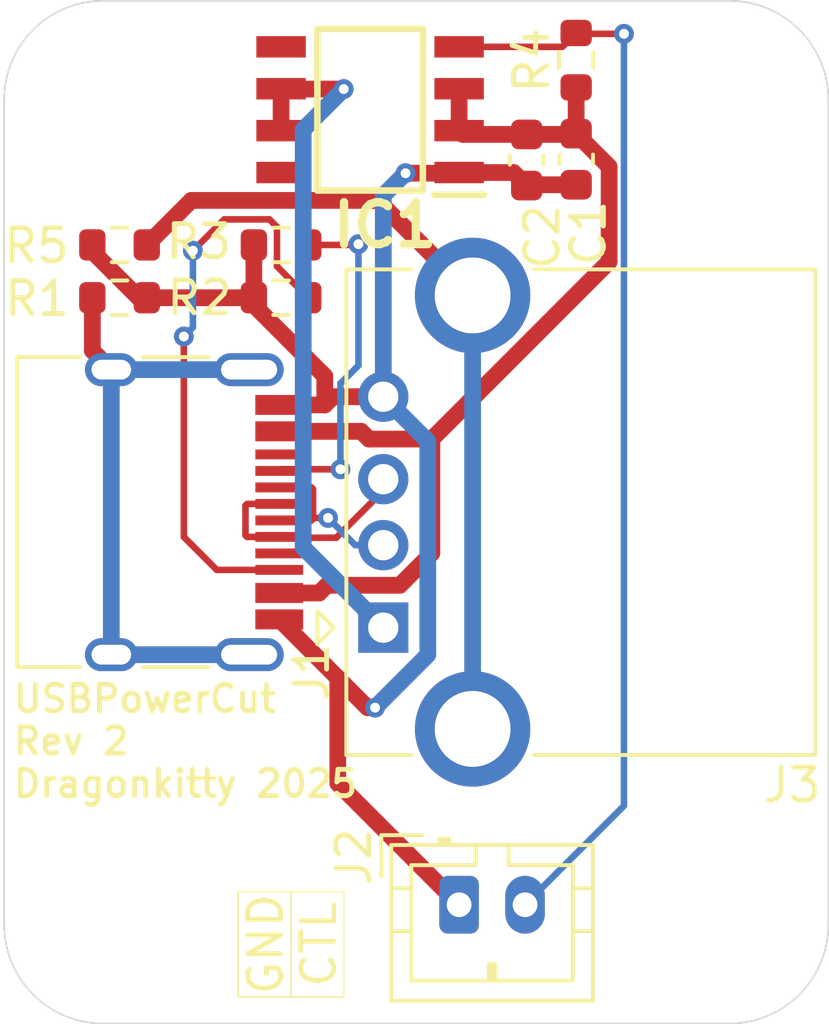
<source format=kicad_pcb>
(kicad_pcb (version 20240108) (generator "pcbnew") (generator_version "8.0")
  (layers (0 "F.Cu" signal) (31 "B.Cu" signal) (34 "B.Paste" user) (35 "F.Paste" user) (36 "B.SilkS" user "B.Silkscreen") (37 "F.SilkS" user "F.Silkscreen") (38 "B.Mask" user) (39 "F.Mask" user) (44 "Edge.Cuts" user))
  (net 0 "")
  (net 1 "/D-")
  (net 2 "/D+")
  (net 4 "Net-(IC1-EN)")
  (net 6 "Net-(J1-SHIELD)")
  (net 7 "Net-(J1-CC1)")
  (net 10 "Net-(J1-CC2)")
  (net 11 "Net-(J3-Shield)")
  (net 12 "PWR")
  (net 13 "GND")
  (net 14 "VBUS")
  (footprint "Resistor_SMD:R_0603_1608Metric" (layer "F.Cu") (at 46.7 29 180)
    (property "Reference" "R3" (at 2.5 0.1 360) (layer "F.SilkS"))
    (property "Value" "5.1k" (hide yes))
    (fp_line (start -0.237258 0.5225) (end 0.237258 0.5225) (stroke (width 0.12)) (layer "F.SilkS"))
    (fp_line (start -0.237258 -0.5225) (end 0.237258 -0.5225) (stroke (width 0.12)) (layer "F.SilkS"))
    (pad "1" smd roundrect (at -0.825 0 180) (size 0.8 0.95) (layers "F.Cu" "F.Paste" "F.Mask") (net 7 "Net-(J1-CC1)"))
    (pad "2" smd roundrect (at 0.825 0 180) (size 0.8 0.95) (layers "F.Cu" "F.Paste" "F.Mask") (net 13 "GND"))
  )
  (footprint "Connector_USB:USB_A_CONNFLY_DS1095-WNR0" (layer "F.Cu") (at 49.8 40.6 90)
    (property "Reference" "J3" (at -4.775 12.4 180) (layer "F.SilkS"))
    (property "Value" "USB_A")
    (fp_line (start 0.5 -2) (end -0.5 -2) (stroke (width 0.12)) (layer "F.SilkS"))
    (fp_line (start -0.5 -2) (end 0 -1.5) (stroke (width 0.12)) (layer "F.SilkS"))
    (fp_line (start 0 -1.5) (end 0.5 -2) (stroke (width 0.12)) (layer "F.SilkS"))
    (fp_line (start -3.86 -1.12) (end 10.86 -1.12) (stroke (width 0.12)) (layer "F.SilkS"))
    (fp_line (start -3.86 -1.12) (end -3.86 0.86) (stroke (width 0.12)) (layer "F.SilkS"))
    (fp_line (start 10.86 0.86) (end 10.86 -1.12) (stroke (width 0.12)) (layer "F.SilkS"))
    (fp_line (start 10.86 4.56) (end 10.86 13.1) (stroke (width 0.12)) (layer "F.SilkS"))
    (fp_line (start -3.86 4.56) (end -3.86 13.1) (stroke (width 0.12)) (layer "F.SilkS"))
    (fp_line (start -3.86 13.1) (end 10.86 13.1) (stroke (width 0.12)) (layer "F.SilkS"))
    (pad "1" thru_hole rect (at 0 0 90) (size 1.524 1.524) (drill 0.92) (layers "*.Cu" "*.Mask") (net 12 "PWR"))
    (pad "2" thru_hole circle (at 2.5 0 90) (size 1.524 1.524) (drill 0.92) (layers "*.Cu" "*.Mask") (net 1 "/D-"))
    (pad "3" thru_hole circle (at 4.5 0 90) (size 1.524 1.524) (drill 0.92) (layers "*.Cu" "*.Mask") (net 2 "/D+"))
    (pad "4" thru_hole circle (at 7 0 90) (size 1.524 1.524) (drill 0.92) (layers "*.Cu" "*.Mask") (net 13 "GND"))
    (pad "5" thru_hole circle (at -3.07 2.71 90) (size 3.5 3.5) (drill 2.3) (layers "*.Cu" "*.Mask") (net 11 "Net-(J3-Shield)"))
    (pad "5" thru_hole circle (at 10.07 2.71 90) (size 3.5 3.5) (drill 2.3) (layers "*.Cu" "*.Mask") (net 11 "Net-(J3-Shield)"))
  )
  (footprint "Resistor_SMD:R_0603_1608Metric" (layer "F.Cu") (at 46.7 30.6 180)
    (property "Reference" "R2" (at 2.475 0 360) (layer "F.SilkS"))
    (property "Value" "5.1k" (hide yes))
    (fp_line (start -0.237258 0.5225) (end 0.237258 0.5225) (stroke (width 0.12)) (layer "F.SilkS"))
    (fp_line (start -0.237258 -0.5225) (end 0.237258 -0.5225) (stroke (width 0.12)) (layer "F.SilkS"))
    (pad "1" smd roundrect (at -0.825 0 180) (size 0.8 0.95) (layers "F.Cu" "F.Paste" "F.Mask") (net 10 "Net-(J1-CC2)"))
    (pad "2" smd roundrect (at 0.825 0 180) (size 0.8 0.95) (layers "F.Cu" "F.Paste" "F.Mask") (net 13 "GND"))
  )
  (footprint "Connector_JST:JST_PH_B2B-PH-K_1x02_P2.00mm_Vertical" (layer "F.Cu") (at 52.1 49)
    (property "Reference" "J2" (at -3.2 -1.45 90) (layer "F.SilkS"))
    (property "Value" "Conn_01x02_Pin" (hide yes))
    (fp_line (start -2.36 -2.11) (end -2.36 -0.86) (stroke (width 0.12)) (layer "F.SilkS"))
    (fp_line (start -2.06 -1.81) (end -2.06 2.91) (stroke (width 0.12)) (layer "F.SilkS"))
    (fp_line (start -2.06 -0.5) (end -1.45 -0.5) (stroke (width 0.12)) (layer "F.SilkS"))
    (fp_line (start -2.06 0.8) (end -1.45 0.8) (stroke (width 0.12)) (layer "F.SilkS"))
    (fp_line (start -2.06 2.91) (end 4.06 2.91) (stroke (width 0.12)) (layer "F.SilkS"))
    (fp_line (start -1.45 -1.2) (end -1.45 2.3) (stroke (width 0.12)) (layer "F.SilkS"))
    (fp_line (start -1.45 2.3) (end 3.45 2.3) (stroke (width 0.12)) (layer "F.SilkS"))
    (fp_line (start -1.11 -2.11) (end -2.36 -2.11) (stroke (width 0.12)) (layer "F.SilkS"))
    (fp_line (start -0.6 -2.01) (end -0.6 -1.81) (stroke (width 0.12)) (layer "F.SilkS"))
    (fp_line (start -0.3 -2.01) (end -0.6 -2.01) (stroke (width 0.12)) (layer "F.SilkS"))
    (fp_line (start -0.3 -1.91) (end -0.6 -1.91) (stroke (width 0.12)) (layer "F.SilkS"))
    (fp_line (start -0.3 -1.81) (end -0.3 -2.01) (stroke (width 0.12)) (layer "F.SilkS"))
    (fp_line (start 0.5 -1.81) (end 0.5 -1.2) (stroke (width 0.12)) (layer "F.SilkS"))
    (fp_line (start 0.5 -1.2) (end -1.45 -1.2) (stroke (width 0.12)) (layer "F.SilkS"))
    (fp_line (start 0.9 1.8) (end 1.1 1.8) (stroke (width 0.12)) (layer "F.SilkS"))
    (fp_line (start 0.9 2.3) (end 0.9 1.8) (stroke (width 0.12)) (layer "F.SilkS"))
    (fp_line (start 1 2.3) (end 1 1.8) (stroke (width 0.12)) (layer "F.SilkS"))
    (fp_line (start 1.1 1.8) (end 1.1 2.3) (stroke (width 0.12)) (layer "F.SilkS"))
    (fp_line (start 1.5 -1.2) (end 1.5 -1.81) (stroke (width 0.12)) (layer "F.SilkS"))
    (fp_line (start 3.45 -1.2) (end 1.5 -1.2) (stroke (width 0.12)) (layer "F.SilkS"))
    (fp_line (start 3.45 2.3) (end 3.45 -1.2) (stroke (width 0.12)) (layer "F.SilkS"))
    (fp_line (start 4.06 -1.81) (end -2.06 -1.81) (stroke (width 0.12)) (layer "F.SilkS"))
    (fp_line (start 4.06 -0.5) (end 3.45 -0.5) (stroke (width 0.12)) (layer "F.SilkS"))
    (fp_line (start 4.06 0.8) (end 3.45 0.8) (stroke (width 0.12)) (layer "F.SilkS"))
    (fp_line (start 4.06 2.91) (end 4.06 -1.81) (stroke (width 0.12)) (layer "F.SilkS"))
    (pad "1" thru_hole roundrect (at 0 0) (size 1.2 1.75) (drill 0.75) (layers "*.Cu" "*.Mask") (roundrect_rratio 0.208333) (net 13 "GND"))
    (pad "2" thru_hole oval (at 2 0) (size 1.2 1.75) (drill 0.75) (layers "*.Cu" "*.Mask") (net 4 "Net-(IC1-EN)"))
  )
  (footprint "MountingHole:MountingHole_3.2mm_M3_ISO7380" (layer "F.Cu") (at 59.8 49.1)
    (property "Reference" "REF**" (hide yes))
    (property "Value" "MountingHole_3.2mm_M3_ISO7380" (hide yes))
    (pad "" np_thru_hole circle (at 0 0) (size 3.2 3.2) (drill 3.2) (layers "*.Cu" "*.Mask"))
  )
  (footprint "MountingHole:MountingHole_3.2mm_M3_ISO7380" (layer "F.Cu") (at 59.8 25.1)
    (property "Reference" "REF**" (hide yes))
    (property "Value" "MountingHole_3.2mm_M3_ISO7380" (hide yes))
    (pad "" np_thru_hole circle (at 0 0) (size 3.2 3.2) (drill 3.2) (layers "*.Cu" "*.Mask"))
  )
  (footprint "Capacitor_SMD:C_0603_1608Metric" (layer "F.Cu") (at 54.15 26.425 90)
    (property "Reference" "C2" (at -2.335 0.47 90) (layer "F.SilkS"))
    (property "Value" "10uF" (hide yes))
    (fp_line (start -0.14058 -0.51) (end 0.14058 -0.51) (stroke (width 0.12)) (layer "F.SilkS"))
    (fp_line (start -0.14058 0.51) (end 0.14058 0.51) (stroke (width 0.12)) (layer "F.SilkS"))
    (pad "1" smd roundrect (at -0.775 0 90) (size 0.9 0.95) (layers "F.Cu" "F.Paste" "F.Mask") (net 13 "GND"))
    (pad "2" smd roundrect (at 0.775 0 90) (size 0.9 0.95) (layers "F.Cu" "F.Paste" "F.Mask") (net 14 "VBUS"))
  )
  (footprint "Resistor_SMD:R_0603_1608Metric" (layer "F.Cu") (at 41.8 29 180)
    (property "Reference" "R5" (at 2.525 -0.025 360) (layer "F.SilkS"))
    (property "Value" "1M" (hide yes))
    (fp_line (start -0.237258 0.5225) (end 0.237258 0.5225) (stroke (width 0.12)) (layer "F.SilkS"))
    (fp_line (start -0.237258 -0.5225) (end 0.237258 -0.5225) (stroke (width 0.12)) (layer "F.SilkS"))
    (pad "1" smd roundrect (at -0.825 0 180) (size 0.8 0.95) (layers "F.Cu" "F.Paste" "F.Mask") (net 11 "Net-(J3-Shield)"))
    (pad "2" smd roundrect (at 0.825 0 180) (size 0.8 0.95) (layers "F.Cu" "F.Paste" "F.Mask") (net 13 "GND"))
  )
  (footprint "Capacitor_SMD:C_0603_1608Metric" (layer "F.Cu") (at 55.65 26.4 90)
    (property "Reference" "C1" (at -2.24 0.37 -90) (layer "F.SilkS"))
    (property "Value" "100n" (hide yes))
    (fp_line (start -0.14058 -0.51) (end 0.14058 -0.51) (stroke (width 0.12)) (layer "F.SilkS"))
    (fp_line (start -0.14058 0.51) (end 0.14058 0.51) (stroke (width 0.12)) (layer "F.SilkS"))
    (pad "1" smd roundrect (at -0.775 0 90) (size 0.9 0.95) (layers "F.Cu" "F.Paste" "F.Mask") (net 13 "GND"))
    (pad "2" smd roundrect (at 0.775 0 90) (size 0.9 0.95) (layers "F.Cu" "F.Paste" "F.Mask") (net 14 "VBUS"))
  )
  (footprint "MountingHole:MountingHole_3.2mm_M3_ISO7380" (layer "F.Cu") (at 41.8 25.1)
    (property "Reference" "REF**" (hide yes))
    (property "Value" "MountingHole_3.2mm_M3_ISO7380" (hide yes))
    (pad "" np_thru_hole circle (at 0 0) (size 3.2 3.2) (drill 3.2) (layers "*.Cu" "*.Mask"))
  )
  (footprint "MountingHole:MountingHole_3.2mm_M3_ISO7380" (layer "F.Cu") (at 41.8 49.1)
    (property "Reference" "REF**" (hide yes))
    (property "Value" "MountingHole_3.2mm_M3_ISO7380" (hide yes))
    (pad "" np_thru_hole circle (at 0 0) (size 3.2 3.2) (drill 3.2) (layers "*.Cu" "*.Mask"))
  )
  (footprint "Connector_USB:USB_C_Receptacle_HRO_TYPE-C-31-M-12" (layer "F.Cu") (at 42.6 37.1 -90)
    (property "Reference" "J1" (at 4.85 -5.025 -90) (layer "F.SilkS"))
    (property "Value" "USB_C_Receptacle_USB2.0_16P" (hide yes))
    (fp_line (start -4.7 3.9) (end 4.7 3.9) (stroke (width 0.12)) (layer "F.SilkS"))
    (fp_line (start -4.7 2) (end -4.7 3.9) (stroke (width 0.12)) (layer "F.SilkS"))
    (fp_line (start 4.7 2) (end 4.7 3.9) (stroke (width 0.12)) (layer "F.SilkS"))
    (fp_line (start -4.7 -1.9) (end -4.7 0.1) (stroke (width 0.12)) (layer "F.SilkS"))
    (fp_line (start 4.7 -1.9) (end 4.7 0.1) (stroke (width 0.12)) (layer "F.SilkS"))
    (pad "" np_thru_hole circle (at -2.89 -2.6 270) (size 0.65 0.65) (drill 0.65) (layers "*.Cu" "*.Mask"))
    (pad "" np_thru_hole circle (at 2.89 -2.6 270) (size 0.65 0.65) (drill 0.65) (layers "*.Cu" "*.Mask"))
    (pad "A1" smd rect (at -3.25 -4.045 270) (size 0.6 1.45) (layers "F.Cu" "F.Paste" "F.Mask") (net 13 "GND"))
    (pad "A4" smd rect (at -2.45 -4.045 270) (size 0.6 1.45) (layers "F.Cu" "F.Paste" "F.Mask") (net 14 "VBUS"))
    (pad "A5" smd rect (at -1.25 -4.045 270) (size 0.3 1.45) (layers "F.Cu" "F.Paste" "F.Mask") (net 7 "Net-(J1-CC1)"))
    (pad "A6" smd rect (at -0.25 -4.045 270) (size 0.3 1.45) (layers "F.Cu" "F.Paste" "F.Mask") (net 2 "/D+"))
    (pad "A7" smd rect (at 0.25 -4.045 270) (size 0.3 1.45) (layers "F.Cu" "F.Paste" "F.Mask") (net 1 "/D-"))
    (pad "A8" smd rect (at 1.25 -4.045 270) (size 0.3 1.45) (layers "F.Cu" "F.Paste" "F.Mask"))
    (pad "A9" smd rect (at 2.45 -4.045 270) (size 0.6 1.45) (layers "F.Cu" "F.Paste" "F.Mask") (net 14 "VBUS"))
    (pad "A12" smd rect (at 3.25 -4.045 270) (size 0.6 1.45) (layers "F.Cu" "F.Paste" "F.Mask") (net 13 "GND"))
    (pad "B1" smd rect (at 3.25 -4.045 270) (size 0.6 1.45) (layers "F.Cu" "F.Paste" "F.Mask") (net 13 "GND"))
    (pad "B4" smd rect (at 2.45 -4.045 270) (size 0.6 1.45) (layers "F.Cu" "F.Paste" "F.Mask") (net 14 "VBUS"))
    (pad "B5" smd rect (at 1.75 -4.045 270) (size 0.3 1.45) (layers "F.Cu" "F.Paste" "F.Mask") (net 10 "Net-(J1-CC2)"))
    (pad "B6" smd rect (at 0.75 -4.045 270) (size 0.3 1.45) (layers "F.Cu" "F.Paste" "F.Mask") (net 2 "/D+"))
    (pad "B7" smd rect (at -0.75 -4.045 270) (size 0.3 1.45) (layers "F.Cu" "F.Paste" "F.Mask") (net 1 "/D-"))
    (pad "B8" smd rect (at -1.75 -4.045 270) (size 0.3 1.45) (layers "F.Cu" "F.Paste" "F.Mask"))
    (pad "B9" smd rect (at -2.45 -4.045 270) (size 0.6 1.45) (layers "F.Cu" "F.Paste" "F.Mask") (net 14 "VBUS"))
    (pad "B12" smd rect (at -3.25 -4.045 270) (size 0.6 1.45) (layers "F.Cu" "F.Paste" "F.Mask") (net 13 "GND"))
    (pad "S1" thru_hole oval (at -4.32 -3.13 270) (size 1 2.1) (drill oval 0.6 1.7) (layers "*.Cu" "*.Mask") (net 6 "Net-(J1-SHIELD)"))
    (pad "S1" thru_hole oval (at -4.32 1.05 270) (size 1 1.6) (drill oval 0.6 1.2) (layers "*.Cu" "*.Mask") (net 6 "Net-(J1-SHIELD)"))
    (pad "S1" thru_hole oval (at 4.32 -3.13 270) (size 1 2.1) (drill oval 0.6 1.7) (layers "*.Cu" "*.Mask") (net 6 "Net-(J1-SHIELD)"))
    (pad "S1" thru_hole oval (at 4.32 1.05 270) (size 1 1.6) (drill oval 0.6 1.2) (layers "*.Cu" "*.Mask") (net 6 "Net-(J1-SHIELD)"))
  )
  (footprint "USBPowerCut2:SOIC127P600X175-8N" (layer "F.Cu") (at 49.4 24.9 180)
    (property "Reference" "IC1" (at -0.45 -3.5 360) (layer "F.SilkS") (effects (font (size 1.27 1.27) (thickness 0.254))))
    (property "Value" "AP2111SG-13" (hide yes))
    (fp_line (start 1.6 2.45) (end -1.6 2.45) (stroke (width 0.2)) (layer "F.SilkS"))
    (fp_line (start 1.6 -2.45) (end 1.6 2.45) (stroke (width 0.2)) (layer "F.SilkS"))
    (fp_line (start -1.6 2.45) (end -1.6 -2.45) (stroke (width 0.2)) (layer "F.SilkS"))
    (fp_line (start -1.6 -2.45) (end 1.6 -2.45) (stroke (width 0.2)) (layer "F.SilkS"))
    (fp_line (start -3.45 -2.58) (end -1.95 -2.58) (stroke (width 0.2)) (layer "F.SilkS"))
    (pad "1" smd rect (at -2.7 -1.905 270) (size 0.65 1.5) (layers "F.Cu" "F.Paste" "F.Mask") (net 13 "GND"))
    (pad "2" smd rect (at -2.7 -0.635 270) (size 0.65 1.5) (layers "F.Cu" "F.Paste" "F.Mask") (net 14 "VBUS"))
    (pad "3" smd rect (at -2.7 0.635 270) (size 0.65 1.5) (layers "F.Cu" "F.Paste" "F.Mask") (net 14 "VBUS"))
    (pad "4" smd rect (at -2.7 1.905 270) (size 0.65 1.5) (layers "F.Cu" "F.Paste" "F.Mask") (net 4 "Net-(IC1-EN)"))
    (pad "5" smd rect (at 2.7 1.905 270) (size 0.65 1.5) (layers "F.Cu" "F.Paste" "F.Mask"))
    (pad "6" smd rect (at 2.7 0.635 270) (size 0.65 1.5) (layers "F.Cu" "F.Paste" "F.Mask") (net 12 "PWR"))
    (pad "7" smd rect (at 2.7 -0.635 270) (size 0.65 1.5) (layers "F.Cu" "F.Paste" "F.Mask") (net 12 "PWR"))
    (pad "8" smd rect (at 2.7 -1.905 270) (size 0.65 1.5) (layers "F.Cu" "F.Paste" "F.Mask"))
  )
  (footprint "Resistor_SMD:R_0603_1608Metric" (layer "F.Cu") (at 41.8 30.6)
    (property "Reference" "R1" (at -2.5 0.025 0) (layer "F.SilkS"))
    (property "Value" "1M" (hide yes))
    (fp_line (start -0.237258 -0.5225) (end 0.237258 -0.5225) (stroke (width 0.12)) (layer "F.SilkS"))
    (fp_line (start -0.237258 0.5225) (end 0.237258 0.5225) (stroke (width 0.12)) (layer "F.SilkS"))
    (pad "1" smd roundrect (at -0.825 0) (size 0.8 0.95) (layers "F.Cu" "F.Paste" "F.Mask") (net 6 "Net-(J1-SHIELD)"))
    (pad "2" smd roundrect (at 0.825 0) (size 0.8 0.95) (layers "F.Cu" "F.Paste" "F.Mask") (net 13 "GND"))
  )
  (footprint "Resistor_SMD:R_0603_1608Metric" (layer "F.Cu") (at 55.65 23.4 90)
    (property "Reference" "R4" (at 0 -1.35 90) (layer "F.SilkS"))
    (property "Value" "10k" (hide yes))
    (fp_line (start -0.237258 -0.5225) (end 0.237258 -0.5225) (stroke (width 0.12)) (layer "F.SilkS"))
    (fp_line (start -0.237258 0.5225) (end 0.237258 0.5225) (stroke (width 0.12)) (layer "F.SilkS"))
    (pad "1" smd roundrect (at -0.825 0 90) (size 0.8 0.95) (layers "F.Cu" "F.Paste" "F.Mask") (net 14 "VBUS"))
    (pad "2" smd roundrect (at 0.825 0 90) (size 0.8 0.95) (layers "F.Cu" "F.Paste" "F.Mask") (net 4 "Net-(IC1-EN)"))
  )
  (gr_rect (start 45.4 48.6) (end 47 51.8) (stroke (width 0.05)) (fill none) (layer "F.SilkS"))
  (gr_rect (start 47 48.6) (end 48.6 51.8) (stroke (width 0.05)) (fill none) (layer "F.SilkS"))
  (gr_arc (start 38.3 24.6) (mid 39.17868 22.47868) (end 41.3 21.6) (stroke (width 0.05)) (layer "Edge.Cuts"))
  (gr_line (start 41.3 21.6) (end 60.3 21.6) (stroke (width 0.05)) (layer "Edge.Cuts"))
  (gr_arc (start 60.3 21.6) (mid 62.42132 22.47868) (end 63.3 24.6) (stroke (width 0.05)) (layer "Edge.Cuts"))
  (gr_arc (start 63.3 49.6) (mid 62.42132 51.72132) (end 60.3 52.6) (stroke (width 0.05)) (layer "Edge.Cuts"))
  (gr_line (start 38.3 49.6) (end 38.3 24.6) (stroke (width 0.05)) (layer "Edge.Cuts"))
  (gr_line (start 60.3 52.6) (end 41.3 52.6) (stroke (width 0.05)) (layer "Edge.Cuts"))
  (gr_line (start 63.3 24.6) (end 63.3 49.6) (stroke (width 0.05)) (layer "Edge.Cuts"))
  (gr_arc (start 41.3 52.6) (mid 39.17868 51.72132) (end 38.3 49.6) (stroke (width 0.05)) (layer "Edge.Cuts"))
  (gr_text "USBPowerCut\nRev 2\nDragonkitty 2025" (at 38.5 45.8 0) (layer "F.SilkS") (effects (font (size 0.8 0.8)) (justify left bottom)))
  (gr_text "GND\nCTL" (at 48.425 50.2 90) (layer "F.SilkS") (effects (font (size 1 1)) (justify bottom)))
  (segment (start 46.645 36.35) (end 47.62 36.35) (width 0.2) (layer "F.Cu") (net 1))
  (segment (start 47.67 37.3) (end 47.62 37.35) (width 0.2) (layer "F.Cu") (net 1))
  (segment (start 47.695 37.275) (end 47.67 37.3) (width 0.2) (layer "F.Cu") (net 1))
  (segment (start 47.67 36.4) (end 47.67 37.3) (width 0.2) (layer "F.Cu") (net 1))
  (segment (start 47.62 37.35) (end 46.645 37.35) (width 0.2) (layer "F.Cu") (net 1))
  (segment (start 48.125 37.275) (end 47.695 37.275) (width 0.2) (layer "F.Cu") (net 1))
  (segment (start 47.62 36.35) (end 47.67 36.4) (width 0.2) (layer "F.Cu") (net 1))
  (via (at 48.125 37.275) (size 0.6) (drill 0.3) (layers "F.Cu" "B.Cu") (net 1))
  (segment (start 48.95 38.1) (end 49.8 38.1) (width 0.2) (layer "B.Cu") (net 1))
  (segment (start 48.125 37.275) (end 48.95 38.1) (width 0.2) (layer "B.Cu") (net 1))
  (segment (start 49.8 36.1) (end 49.8 36.448529) (width 0.2) (layer "F.Cu") (net 2))
  (segment (start 46.67 37.875) (end 46.645 37.85) (width 0.2) (layer "F.Cu") (net 2))
  (segment (start 45.67 37.85) (end 46.645 37.85) (width 0.2) (layer "F.Cu") (net 2))
  (segment (start 45.62 37.8) (end 45.67 37.85) (width 0.2) (layer "F.Cu") (net 2))
  (segment (start 49.8 36.448529) (end 48.373529 37.875) (width 0.2) (layer "F.Cu") (net 2))
  (segment (start 48.373529 37.875) (end 46.67 37.875) (width 0.2) (layer "F.Cu") (net 2))
  (segment (start 45.67 36.85) (end 45.62 36.9) (width 0.2) (layer "F.Cu") (net 2))
  (segment (start 45.62 36.9) (end 45.62 37.8) (width 0.2) (layer "F.Cu") (net 2))
  (segment (start 46.645 36.85) (end 45.67 36.85) (width 0.2) (layer "F.Cu") (net 2))
  (segment (start 55.23 22.995) (end 55.65 22.575) (width 0.2) (layer "F.Cu") (net 4))
  (segment (start 55.675 22.6) (end 55.65 22.575) (width 0.2) (layer "F.Cu") (net 4))
  (segment (start 52.1 22.995) (end 55.23 22.995) (width 0.2) (layer "F.Cu") (net 4))
  (segment (start 57.1 22.6) (end 55.675 22.6) (width 0.2) (layer "F.Cu") (net 4))
  (via (at 57.1 22.6) (size 0.6) (drill 0.3) (layers "F.Cu" "B.Cu") (net 4))
  (segment (start 57.1 46) (end 57.1 22.6) (width 0.2) (layer "B.Cu") (net 4))
  (segment (start 54.1 49) (end 57.1 46) (width 0.2) (layer "B.Cu") (net 4))
  (segment (start 40.975 30.6) (end 40.975 32.205) (width 0.508) (layer "F.Cu") (net 6))
  (segment (start 40.975 32.205) (end 41.55 32.78) (width 0.508) (layer "F.Cu") (net 6))
  (segment (start 41.55 32.78) (end 41.55 41.42) (width 0.508) (layer "B.Cu") (net 6))
  (segment (start 41.55 32.78) (end 45.73 32.78) (width 0.508) (layer "B.Cu") (net 6))
  (segment (start 45.73 41.42) (end 41.55 41.42) (width 0.508) (layer "B.Cu") (net 6))
  (segment (start 48.5 35.8) (end 46.695 35.8) (width 0.2) (layer "F.Cu") (net 7))
  (segment (start 49.021 29) (end 47.525 29) (width 0.2) (layer "F.Cu") (net 7))
  (segment (start 49.046 28.975) (end 49.021 29) (width 0.2) (layer "F.Cu") (net 7))
  (segment (start 46.695 35.8) (end 46.645 35.85) (width 0.2) (layer "F.Cu") (net 7))
  (via (at 49.046 28.975) (size 0.6) (drill 0.3) (layers "F.Cu" "B.Cu") (net 7))
  (via (at 48.5 35.8) (size 0.6) (drill 0.3) (layers "F.Cu" "B.Cu") (net 7))
  (segment (start 49.046 32.654) (end 48.5 33.2) (width 0.2) (layer "B.Cu") (net 7))
  (segment (start 49.046 28.975) (end 49.046 32.654) (width 0.2) (layer "B.Cu") (net 7))
  (segment (start 48.5 33.2) (end 48.5 35.8) (width 0.2) (layer "B.Cu") (net 7))
  (segment (start 47.525 30.6) (end 46.575 29.65) (width 0.2) (layer "F.Cu") (net 10))
  (segment (start 46.346 28.225) (end 44.975 28.225) (width 0.2) (layer "F.Cu") (net 10))
  (segment (start 43.75 37.85) (end 44.75 38.85) (width 0.2) (layer "F.Cu") (net 10))
  (segment (start 44.75 38.85) (end 46.645 38.85) (width 0.2) (layer "F.Cu") (net 10))
  (segment (start 43.75 31.775) (end 43.75 37.85) (width 0.2) (layer "F.Cu") (net 10))
  (segment (start 46.575 29.65) (end 46.575 28.454) (width 0.2) (layer "F.Cu") (net 10))
  (segment (start 44.975 28.225) (end 44.025 29.175) (width 0.2) (layer "F.Cu") (net 10))
  (segment (start 46.575 28.454) (end 46.346 28.225) (width 0.2) (layer "F.Cu") (net 10))
  (via (at 43.75 31.775) (size 0.6) (drill 0.3) (layers "F.Cu" "B.Cu") (net 10))
  (via (at 44.025 29.175) (size 0.6) (drill 0.3) (layers "F.Cu" "B.Cu") (net 10))
  (segment (start 44.025 29.175) (end 44.025 31.5) (width 0.2) (layer "B.Cu") (net 10))
  (segment (start 44.025 31.5) (end 43.75 31.775) (width 0.2) (layer "B.Cu") (net 10))
  (segment (start 49.63 27.65) (end 52.51 30.53) (width 0.508) (layer "F.Cu") (net 11))
  (segment (start 43.975 27.65) (end 49.63 27.65) (width 0.508) (layer "F.Cu") (net 11))
  (segment (start 42.625 29) (end 43.975 27.65) (width 0.508) (layer "F.Cu") (net 11))
  (segment (start 52.51 30.53) (end 52.51 43.67) (width 0.508) (layer "B.Cu") (net 11))
  (segment (start 48.6 24.275) (end 46.71 24.275) (width 0.508) (layer "F.Cu") (net 12))
  (segment (start 46.7 24.265) (end 46.7 25.535) (width 0.508) (layer "F.Cu") (net 12))
  (segment (start 46.71 24.275) (end 46.7 24.265) (width 0.508) (layer "F.Cu") (net 12))
  (via (at 48.6 24.275) (size 0.6) (drill 0.3) (layers "F.Cu" "B.Cu") (net 12))
  (segment (start 47.371 38.171) (end 47.371 25.504) (width 0.508) (layer "B.Cu") (net 12))
  (segment (start 47.371 25.504) (end 48.6 24.275) (width 0.508) (layer "B.Cu") (net 12))
  (segment (start 49.8 40.6) (end 47.371 38.171) (width 0.508) (layer "B.Cu") (net 12))
  (segment (start 40.975 29.194562) (end 42.380438 30.6) (width 0.508) (layer "F.Cu") (net 13))
  (segment (start 54.175 27.175) (end 54.15 27.2) (width 0.508) (layer "F.Cu") (net 13))
  (segment (start 42.380438 30.6) (end 42.625 30.6) (width 0.508) (layer "F.Cu") (net 13))
  (segment (start 48.42 42.125) (end 48.42 45.32) (width 0.508) (layer "F.Cu") (net 13))
  (segment (start 48.275 33.6) (end 48.025 33.85) (width 0.508) (layer "F.Cu") (net 13))
  (segment (start 45.875 30.6) (end 45.875 30.825) (width 0.508) (layer "F.Cu") (net 13))
  (segment (start 49.8 33.6) (end 48.275 33.6) (width 0.508) (layer "F.Cu") (net 13))
  (segment (start 48.42 45.32) (end 52.1 49) (width 0.508) (layer "F.Cu") (net 13))
  (segment (start 50.475 26.825) (end 52.08 26.825) (width 0.508) (layer "F.Cu") (net 13))
  (segment (start 46.645 40.35) (end 48.42 42.125) (width 0.508) (layer "F.Cu") (net 13))
  (segment (start 53.755 26.805) (end 54.15 27.2) (width 0.508) (layer "F.Cu") (net 13))
  (segment (start 55.65 27.175) (end 54.175 27.175) (width 0.508) (layer "F.Cu") (net 13))
  (segment (start 45.875 29) (end 45.875 30.6) (width 0.508) (layer "F.Cu") (net 13))
  (segment (start 42.625 30.6) (end 45.875 30.6) (width 0.508) (layer "F.Cu") (net 13))
  (segment (start 49.32 43.025) (end 48.42 42.125) (width 0.508) (layer "F.Cu") (net 13))
  (segment (start 45.875 30.825) (end 48.025 32.975) (width 0.508) (layer "F.Cu") (net 13))
  (segment (start 52.1 26.805) (end 53.755 26.805) (width 0.508) (layer "F.Cu") (net 13))
  (segment (start 48.025 33.85) (end 46.645 33.85) (width 0.508) (layer "F.Cu") (net 13))
  (segment (start 40.975 29) (end 40.975 29.194562) (width 0.508) (layer "F.Cu") (net 13))
  (segment (start 49.55 43.025) (end 49.32 43.025) (width 0.508) (layer "F.Cu") (net 13))
  (segment (start 52.08 26.825) (end 52.1 26.805) (width 0.508) (layer "F.Cu") (net 13))
  (segment (start 48.025 32.975) (end 48.025 33.85) (width 0.508) (layer "F.Cu") (net 13))
  (via (at 49.55 43.025) (size 0.6) (drill 0.3) (layers "F.Cu" "B.Cu") (net 13))
  (via (at 50.475 26.825) (size 0.6) (drill 0.3) (layers "F.Cu" "B.Cu") (net 13))
  (segment (start 49.8 33.6) (end 49.8 27.5) (width 0.508) (layer "B.Cu") (net 13))
  (segment (start 51.15 41.425) (end 49.55 43.025) (width 0.508) (layer "B.Cu") (net 13))
  (segment (start 51.15 34.95) (end 51.15 41.425) (width 0.508) (layer "B.Cu") (net 13))
  (segment (start 49.8 27.5) (end 50.475 26.825) (width 0.508) (layer "B.Cu") (net 13))
  (segment (start 49.8 33.6) (end 51.15 34.95) (width 0.508) (layer "B.Cu") (net 13))
  (segment (start 55.625 25.65) (end 55.65 25.625) (width 0.508) (layer "F.Cu") (net 14))
  (segment (start 52.215 25.65) (end 52.1 25.535) (width 0.508) (layer "F.Cu") (net 14))
  (segment (start 49.364316 34.884) (end 51.272927 34.884) (width 0.508) (layer "F.Cu") (net 14))
  (segment (start 52.1 25.535) (end 52.1 24.265) (width 0.508) (layer "F.Cu") (net 14))
  (segment (start 55.65 25.625) (end 55.65 24.225) (width 0.508) (layer "F.Cu") (net 14))
  (segment (start 51.272927 34.884) (end 51.272927 38.346757) (width 0.508) (layer "F.Cu") (net 14))
  (segment (start 46.645 34.65) (end 49.130316 34.65) (width 0.508) (layer "F.Cu") (net 14))
  (segment (start 49.130316 34.65) (end 49.364316 34.884) (width 0.508) (layer "F.Cu") (net 14))
  (segment (start 56.65 29.506927) (end 56.65 26.625) (width 0.508) (layer "F.Cu") (net 14))
  (segment (start 48.09 39.316) (end 47.856 39.55) (width 0.508) (layer "F.Cu") (net 14))
  (segment (start 47.856 39.55) (end 46.645 39.55) (width 0.508) (layer "F.Cu") (net 14))
  (segment (start 56.65 26.625) (end 55.65 25.625) (width 0.508) (layer "F.Cu") (net 14))
  (segment (start 54.15 25.65) (end 55.625 25.65) (width 0.508) (layer "F.Cu") (net 14))
  (segment (start 51.272927 34.884) (end 56.65 29.506927) (width 0.508) (layer "F.Cu") (net 14))
  (segment (start 50.303684 39.316) (end 48.09 39.316) (width 0.508) (layer "F.Cu") (net 14))
  (segment (start 51.272927 38.346757) (end 50.303684 39.316) (width 0.508) (layer "F.Cu") (net 14))
  (segment (start 54.15 25.65) (end 52.215 25.65) (width 0.508) (layer "F.Cu") (net 14))
)
</source>
